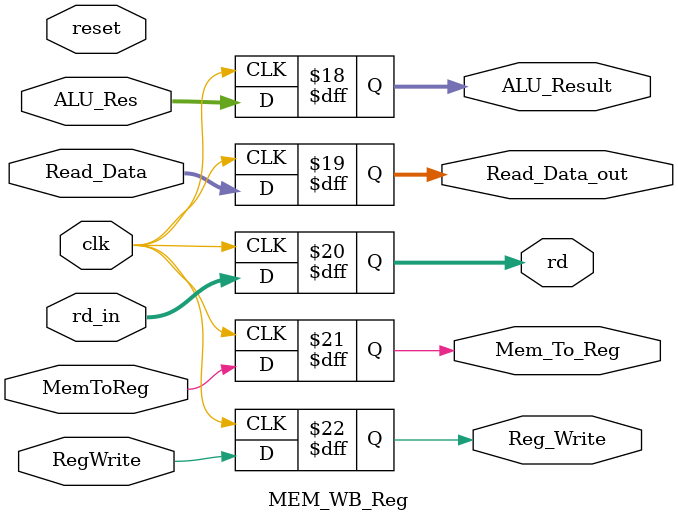
<source format=v>
module MEM_WB_Reg (
    input wire clk,
    input wire reset,
    input wire MemToReg,
    input wire RegWrite,
    input wire [63:0] ALU_Res,
    input wire [63:0] Read_Data,
    input wire [4:0] rd_in,
    output reg [63:0] ALU_Result,
    output reg [63:0] Read_Data_out,
    output reg [4:0] rd,
    output reg Mem_To_Reg,
    output reg Reg_Write
);  
    initial
    begin
        Mem_To_Reg = 0;
        Reg_Write = 0;
        ALU_Result = 0;
        Read_Data_out = 0;
        rd = 0; 
    end 
    
    always @(posedge clk) 
    begin
        if (reset)
        begin
            Mem_To_Reg = 0;
            Reg_Write = 0;
            ALU_Result = 0;
            Read_Data_out = 0;
            rd = 0;         
        end
        begin
            Mem_To_Reg = MemToReg;
            Reg_Write = RegWrite;
            ALU_Result = ALU_Res;
            Read_Data_out = Read_Data;
            rd = rd_in;
        end
    end
   
endmodule
</source>
